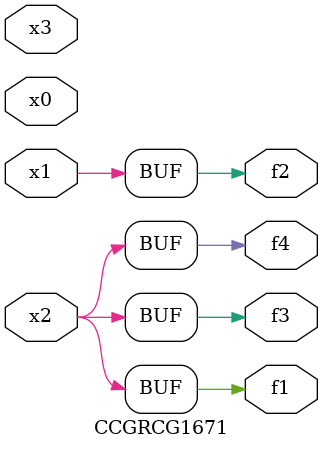
<source format=v>
module CCGRCG1671(
	input x0, x1, x2, x3,
	output f1, f2, f3, f4
);
	assign f1 = x2;
	assign f2 = x1;
	assign f3 = x2;
	assign f4 = x2;
endmodule

</source>
